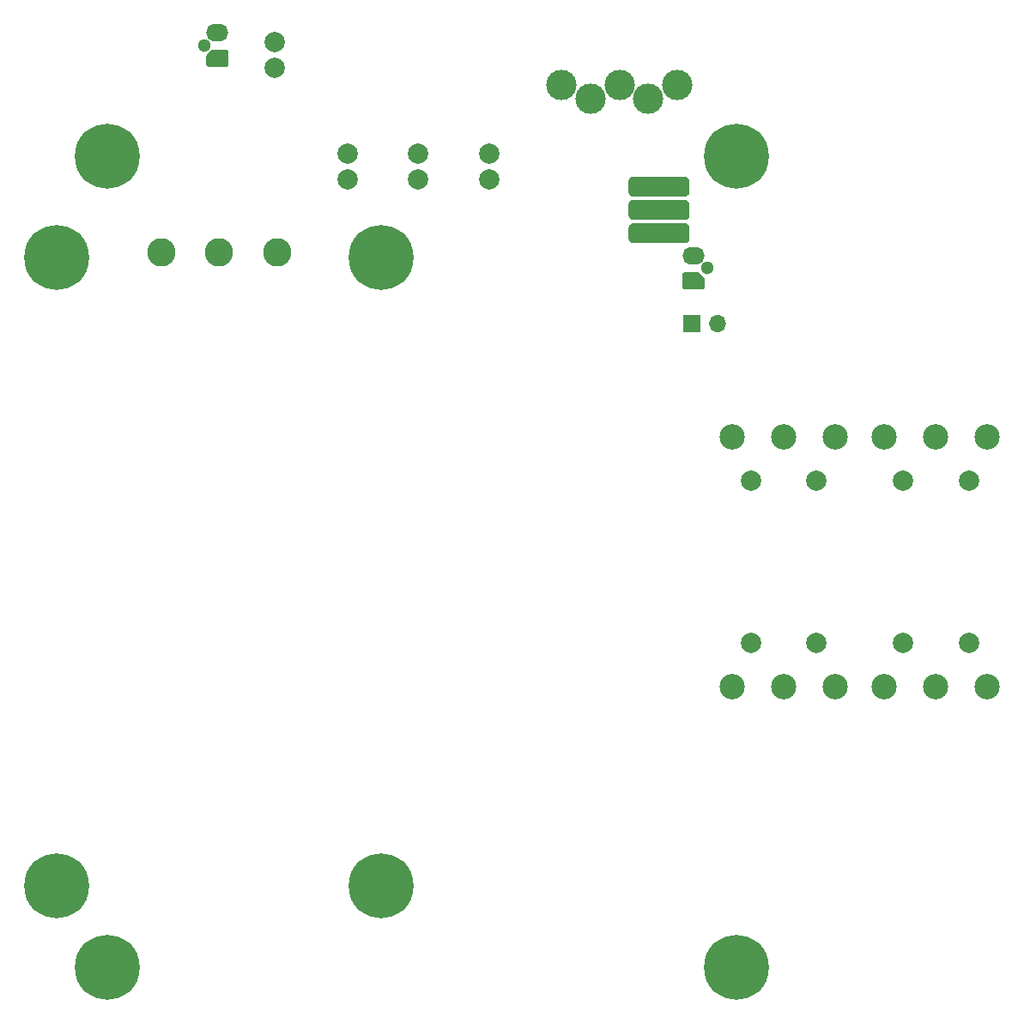
<source format=gbs>
%TF.GenerationSoftware,KiCad,Pcbnew,5.1.5+dfsg1-2build2*%
%TF.CreationDate,2021-12-22T23:08:46+01:00*%
%TF.ProjectId,uHoubolt_PCB_PMU,75486f75-626f-46c7-945f-5043425f504d,rev?*%
%TF.SameCoordinates,PX8583b00PY5f5e100*%
%TF.FileFunction,Soldermask,Bot*%
%TF.FilePolarity,Negative*%
%FSLAX46Y46*%
G04 Gerber Fmt 4.6, Leading zero omitted, Abs format (unit mm)*
G04 Created by KiCad (PCBNEW 5.1.5+dfsg1-2build2) date 2021-12-22 23:08:46*
%MOMM*%
%LPD*%
G04 APERTURE LIST*
%ADD10C,2.000000*%
%ADD11C,0.100000*%
%ADD12C,3.000000*%
%ADD13C,2.500000*%
%ADD14C,2.800000*%
%ADD15C,0.800000*%
%ADD16C,6.400000*%
%ADD17O,1.700000X1.700000*%
%ADD18R,1.700000X1.700000*%
%ADD19O,2.200000X1.700000*%
%ADD20C,1.300000*%
G04 APERTURE END LIST*
D10*
%TO.C,J8*%
X-14500000Y48730000D03*
X-14500000Y51270000D03*
%TD*%
D11*
%TO.C,JP1*%
G36*
X25949009Y33397592D02*
G01*
X25997545Y33390393D01*
X26045142Y33378470D01*
X26091342Y33361940D01*
X26135698Y33340961D01*
X26177785Y33315735D01*
X26217197Y33286505D01*
X26253553Y33253553D01*
X26286505Y33217197D01*
X26315735Y33177785D01*
X26340961Y33135698D01*
X26361940Y33091342D01*
X26378470Y33045142D01*
X26390393Y32997545D01*
X26397592Y32949009D01*
X26400000Y32900000D01*
X26400000Y31900000D01*
X26397592Y31850991D01*
X26390393Y31802455D01*
X26378470Y31754858D01*
X26361940Y31708658D01*
X26340961Y31664302D01*
X26315735Y31622215D01*
X26286505Y31582803D01*
X26253553Y31546447D01*
X26217197Y31513495D01*
X26177785Y31484265D01*
X26135698Y31459039D01*
X26091342Y31438060D01*
X26045142Y31421530D01*
X25997545Y31409607D01*
X25949009Y31402408D01*
X25900000Y31400000D01*
X20900000Y31400000D01*
X20850991Y31402408D01*
X20802455Y31409607D01*
X20754858Y31421530D01*
X20708658Y31438060D01*
X20664302Y31459039D01*
X20622215Y31484265D01*
X20582803Y31513495D01*
X20546447Y31546447D01*
X20513495Y31582803D01*
X20484265Y31622215D01*
X20459039Y31664302D01*
X20438060Y31708658D01*
X20421530Y31754858D01*
X20409607Y31802455D01*
X20402408Y31850991D01*
X20400000Y31900000D01*
X20400000Y32900000D01*
X20402408Y32949009D01*
X20409607Y32997545D01*
X20421530Y33045142D01*
X20438060Y33091342D01*
X20459039Y33135698D01*
X20484265Y33177785D01*
X20513495Y33217197D01*
X20546447Y33253553D01*
X20582803Y33286505D01*
X20622215Y33315735D01*
X20664302Y33340961D01*
X20708658Y33361940D01*
X20754858Y33378470D01*
X20802455Y33390393D01*
X20850991Y33397592D01*
X20900000Y33400000D01*
X25900000Y33400000D01*
X25949009Y33397592D01*
G37*
G36*
X25949009Y37997592D02*
G01*
X25997545Y37990393D01*
X26045142Y37978470D01*
X26091342Y37961940D01*
X26135698Y37940961D01*
X26177785Y37915735D01*
X26217197Y37886505D01*
X26253553Y37853553D01*
X26286505Y37817197D01*
X26315735Y37777785D01*
X26340961Y37735698D01*
X26361940Y37691342D01*
X26378470Y37645142D01*
X26390393Y37597545D01*
X26397592Y37549009D01*
X26400000Y37500000D01*
X26400000Y36500000D01*
X26397592Y36450991D01*
X26390393Y36402455D01*
X26378470Y36354858D01*
X26361940Y36308658D01*
X26340961Y36264302D01*
X26315735Y36222215D01*
X26286505Y36182803D01*
X26253553Y36146447D01*
X26217197Y36113495D01*
X26177785Y36084265D01*
X26135698Y36059039D01*
X26091342Y36038060D01*
X26045142Y36021530D01*
X25997545Y36009607D01*
X25949009Y36002408D01*
X25900000Y36000000D01*
X20900000Y36000000D01*
X20850991Y36002408D01*
X20802455Y36009607D01*
X20754858Y36021530D01*
X20708658Y36038060D01*
X20664302Y36059039D01*
X20622215Y36084265D01*
X20582803Y36113495D01*
X20546447Y36146447D01*
X20513495Y36182803D01*
X20484265Y36222215D01*
X20459039Y36264302D01*
X20438060Y36308658D01*
X20421530Y36354858D01*
X20409607Y36402455D01*
X20402408Y36450991D01*
X20400000Y36500000D01*
X20400000Y37500000D01*
X20402408Y37549009D01*
X20409607Y37597545D01*
X20421530Y37645142D01*
X20438060Y37691342D01*
X20459039Y37735698D01*
X20484265Y37777785D01*
X20513495Y37817197D01*
X20546447Y37853553D01*
X20582803Y37886505D01*
X20622215Y37915735D01*
X20664302Y37940961D01*
X20708658Y37961940D01*
X20754858Y37978470D01*
X20802455Y37990393D01*
X20850991Y37997592D01*
X20900000Y38000000D01*
X25900000Y38000000D01*
X25949009Y37997592D01*
G37*
G36*
X25949009Y35697592D02*
G01*
X25997545Y35690393D01*
X26045142Y35678470D01*
X26091342Y35661940D01*
X26135698Y35640961D01*
X26177785Y35615735D01*
X26217197Y35586505D01*
X26253553Y35553553D01*
X26286505Y35517197D01*
X26315735Y35477785D01*
X26340961Y35435698D01*
X26361940Y35391342D01*
X26378470Y35345142D01*
X26390393Y35297545D01*
X26397592Y35249009D01*
X26400000Y35200000D01*
X26400000Y34200000D01*
X26397592Y34150991D01*
X26390393Y34102455D01*
X26378470Y34054858D01*
X26361940Y34008658D01*
X26340961Y33964302D01*
X26315735Y33922215D01*
X26286505Y33882803D01*
X26253553Y33846447D01*
X26217197Y33813495D01*
X26177785Y33784265D01*
X26135698Y33759039D01*
X26091342Y33738060D01*
X26045142Y33721530D01*
X25997545Y33709607D01*
X25949009Y33702408D01*
X25900000Y33700000D01*
X20900000Y33700000D01*
X20850991Y33702408D01*
X20802455Y33709607D01*
X20754858Y33721530D01*
X20708658Y33738060D01*
X20664302Y33759039D01*
X20622215Y33784265D01*
X20582803Y33813495D01*
X20546447Y33846447D01*
X20513495Y33882803D01*
X20484265Y33922215D01*
X20459039Y33964302D01*
X20438060Y34008658D01*
X20421530Y34054858D01*
X20409607Y34102455D01*
X20402408Y34150991D01*
X20400000Y34200000D01*
X20400000Y35200000D01*
X20402408Y35249009D01*
X20409607Y35297545D01*
X20421530Y35345142D01*
X20438060Y35391342D01*
X20459039Y35435698D01*
X20484265Y35477785D01*
X20513495Y35517197D01*
X20546447Y35553553D01*
X20582803Y35586505D01*
X20622215Y35615735D01*
X20664302Y35640961D01*
X20708658Y35661940D01*
X20754858Y35678470D01*
X20802455Y35690393D01*
X20850991Y35697592D01*
X20900000Y35700000D01*
X25900000Y35700000D01*
X25949009Y35697592D01*
G37*
%TD*%
D12*
%TO.C,J3*%
X19500000Y47000000D03*
X25200000Y47000000D03*
X13800000Y47000000D03*
X22350000Y45660000D03*
X16650000Y45660000D03*
%TD*%
D13*
%TO.C,SW1*%
X40780000Y12300000D03*
X30620000Y12300000D03*
X35700000Y12300000D03*
D10*
X32450000Y8000000D03*
X38950000Y8000000D03*
%TD*%
D13*
%TO.C,SW3*%
X55780000Y12300000D03*
X45620000Y12300000D03*
X50700000Y12300000D03*
D10*
X47450000Y8000000D03*
X53950000Y8000000D03*
%TD*%
D13*
%TO.C,SW2*%
X30620000Y-12300000D03*
X40780000Y-12300000D03*
X35700000Y-12300000D03*
D10*
X32450000Y-8000000D03*
X38950000Y-8000000D03*
%TD*%
D13*
%TO.C,SW4*%
X45620000Y-12300000D03*
X55780000Y-12300000D03*
X50700000Y-12300000D03*
D10*
X47450000Y-8000000D03*
X53950000Y-8000000D03*
%TD*%
D14*
%TO.C,U5*%
X-25700000Y30500000D03*
X-20000000Y30500000D03*
X-14300000Y30500000D03*
D15*
X-5697056Y28302944D03*
X-2302944Y28302944D03*
X-5697056Y31697056D03*
X-6400000Y30000000D03*
X-4000000Y27600000D03*
X-1600000Y30000000D03*
X-4000000Y32400000D03*
D16*
X-4000000Y30000000D03*
D15*
X-2302944Y31697056D03*
X-5697056Y-33697056D03*
X-2302944Y-33697056D03*
X-5697056Y-30302944D03*
X-6400000Y-32000000D03*
X-4000000Y-34400000D03*
X-1600000Y-32000000D03*
X-4000000Y-29600000D03*
D16*
X-4000000Y-32000000D03*
D15*
X-2302944Y-30302944D03*
X-37697056Y-33697056D03*
X-34302944Y-33697056D03*
X-37697056Y-30302944D03*
X-38400000Y-32000000D03*
X-36000000Y-34400000D03*
X-33600000Y-32000000D03*
X-36000000Y-29600000D03*
D16*
X-36000000Y-32000000D03*
D15*
X-34302944Y-30302944D03*
X-37697056Y28302944D03*
X-34302944Y28302944D03*
X-37697056Y31697056D03*
X-38400000Y30000000D03*
X-36000000Y27600000D03*
X-33600000Y30000000D03*
X-36000000Y32400000D03*
D16*
X-36000000Y30000000D03*
D15*
X-34302944Y31697056D03*
%TD*%
D17*
%TO.C,TH1*%
X29200000Y23500000D03*
D18*
X26660000Y23500000D03*
%TD*%
D10*
%TO.C,J7*%
X-7350000Y37680000D03*
X-7350000Y40220000D03*
%TD*%
%TO.C,J6*%
X-350000Y37680000D03*
X-350000Y40220000D03*
%TD*%
%TO.C,J4*%
X6650000Y37680000D03*
X6650000Y40220000D03*
%TD*%
D11*
%TO.C,J2*%
G36*
X25901227Y26854804D02*
G01*
X25854329Y26869030D01*
X25811107Y26892133D01*
X25773223Y26923223D01*
X25742133Y26961107D01*
X25719030Y27004329D01*
X25704804Y27051227D01*
X25700000Y27100000D01*
X25700000Y28300000D01*
X25704804Y28348773D01*
X25719030Y28395671D01*
X25742133Y28438893D01*
X25773223Y28476777D01*
X25811107Y28507867D01*
X25854329Y28530970D01*
X25901227Y28545196D01*
X25950000Y28550000D01*
X27250000Y28550000D01*
X27298773Y28545196D01*
X27345671Y28530970D01*
X27388893Y28507867D01*
X27426777Y28476777D01*
X27826777Y28076777D01*
X27857867Y28038893D01*
X27880970Y27995671D01*
X27895196Y27948773D01*
X27900000Y27900000D01*
X27900000Y27100000D01*
X27895196Y27051227D01*
X27880970Y27004329D01*
X27857867Y26961107D01*
X27826777Y26923223D01*
X27788893Y26892133D01*
X27745671Y26869030D01*
X27698773Y26854804D01*
X27650000Y26850000D01*
X25950000Y26850000D01*
X25901227Y26854804D01*
G37*
D19*
X26800000Y30200000D03*
D20*
X28140000Y28950000D03*
%TD*%
D11*
%TO.C,J1*%
G36*
X-19251227Y50495196D02*
G01*
X-19204329Y50480970D01*
X-19161107Y50457867D01*
X-19123223Y50426777D01*
X-19092133Y50388893D01*
X-19069030Y50345671D01*
X-19054804Y50298773D01*
X-19050000Y50250000D01*
X-19050000Y49050000D01*
X-19054804Y49001227D01*
X-19069030Y48954329D01*
X-19092133Y48911107D01*
X-19123223Y48873223D01*
X-19161107Y48842133D01*
X-19204329Y48819030D01*
X-19251227Y48804804D01*
X-19300000Y48800000D01*
X-21000000Y48800000D01*
X-21048773Y48804804D01*
X-21095671Y48819030D01*
X-21138893Y48842133D01*
X-21176777Y48873223D01*
X-21207867Y48911107D01*
X-21230970Y48954329D01*
X-21245196Y49001227D01*
X-21250000Y49050000D01*
X-21250000Y49850000D01*
X-21245196Y49898773D01*
X-21230970Y49945671D01*
X-21207867Y49988893D01*
X-21176777Y50026777D01*
X-20776777Y50426777D01*
X-20738893Y50457867D01*
X-20695671Y50480970D01*
X-20648773Y50495196D01*
X-20600000Y50500000D01*
X-19300000Y50500000D01*
X-19251227Y50495196D01*
G37*
D19*
X-20150000Y52150000D03*
D20*
X-21490000Y50900000D03*
%TD*%
D15*
%TO.C,H4*%
X32697056Y-38302944D03*
X31000000Y-37600000D03*
X29302944Y-38302944D03*
X28600000Y-40000000D03*
X29302944Y-41697056D03*
X31000000Y-42400000D03*
X32697056Y-41697056D03*
X33400000Y-40000000D03*
D16*
X31000000Y-40000000D03*
%TD*%
D15*
%TO.C,H3*%
X-29302944Y-38302944D03*
X-31000000Y-37600000D03*
X-32697056Y-38302944D03*
X-33400000Y-40000000D03*
X-32697056Y-41697056D03*
X-31000000Y-42400000D03*
X-29302944Y-41697056D03*
X-28600000Y-40000000D03*
D16*
X-31000000Y-40000000D03*
%TD*%
D15*
%TO.C,H2*%
X32697056Y41697056D03*
X31000000Y42400000D03*
X29302944Y41697056D03*
X28600000Y40000000D03*
X29302944Y38302944D03*
X31000000Y37600000D03*
X32697056Y38302944D03*
X33400000Y40000000D03*
D16*
X31000000Y40000000D03*
%TD*%
D15*
%TO.C,H1*%
X-29302944Y41697056D03*
X-31000000Y42400000D03*
X-32697056Y41697056D03*
X-33400000Y40000000D03*
X-32697056Y38302944D03*
X-31000000Y37600000D03*
X-29302944Y38302944D03*
X-28600000Y40000000D03*
D16*
X-31000000Y40000000D03*
%TD*%
M02*

</source>
